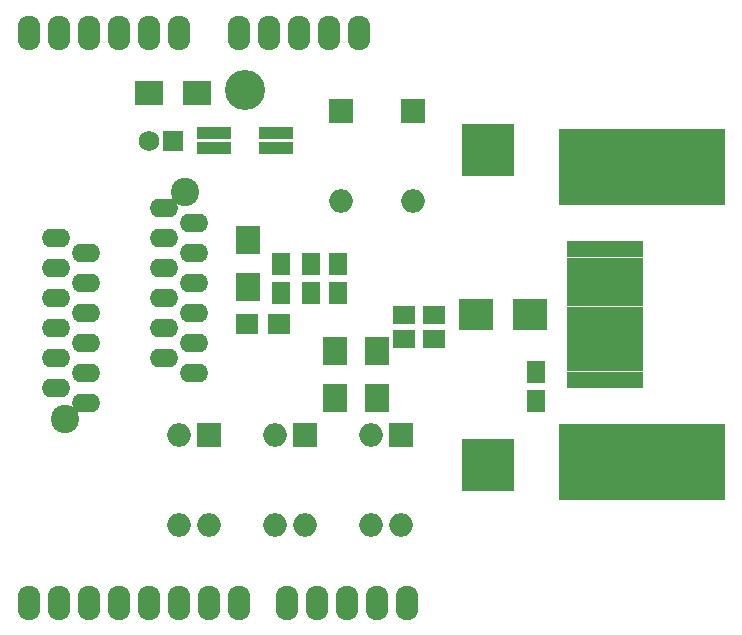
<source format=gbr>
G04 #@! TF.FileFunction,Soldermask,Top*
%FSLAX46Y46*%
G04 Gerber Fmt 4.6, Leading zero omitted, Abs format (unit mm)*
G04 Created by KiCad (PCBNEW 4.0.5) date 01/19/17 13:34:59*
%MOMM*%
%LPD*%
G01*
G04 APERTURE LIST*
%ADD10C,0.100000*%
%ADD11O,2.400000X1.600000*%
%ADD12C,2.400000*%
%ADD13O,1.924000X2.940000*%
%ADD14R,1.750000X1.750000*%
%ADD15C,1.750000*%
%ADD16R,2.900000X1.000000*%
%ADD17R,2.900000X0.670000*%
%ADD18R,4.464000X4.464000*%
%ADD19R,2.000000X2.400000*%
%ADD20C,3.400000*%
%ADD21R,2.000000X2.000000*%
%ADD22O,2.000000X2.000000*%
%ADD23R,2.400000X2.100000*%
%ADD24R,2.100000X2.400000*%
%ADD25R,1.650000X1.900000*%
%ADD26R,1.900000X1.650000*%
%ADD27R,1.900000X1.700000*%
%ADD28R,14.100000X6.400000*%
%ADD29R,6.400000X1.340000*%
%ADD30C,3.900000*%
G04 APERTURE END LIST*
D10*
D11*
X159258000Y-97663000D03*
X161798000Y-98933000D03*
X159258000Y-100203000D03*
X161798000Y-101473000D03*
X159258000Y-102743000D03*
X161798000Y-104013000D03*
X159258000Y-105283000D03*
X161798000Y-106553000D03*
X159258000Y-107823000D03*
X161798000Y-109093000D03*
X159258000Y-110363000D03*
X161798000Y-111633000D03*
D12*
X161028000Y-96298000D03*
D13*
X147828000Y-82804000D03*
X150368000Y-82804000D03*
X152908000Y-82804000D03*
X160528000Y-82804000D03*
X157988000Y-82804000D03*
X155448000Y-82804000D03*
X165608000Y-82804000D03*
X168148000Y-82804000D03*
X170688000Y-82804000D03*
X175768000Y-82804000D03*
X147828000Y-131064000D03*
X150368000Y-131064000D03*
X152908000Y-131064000D03*
X155448000Y-131064000D03*
X157988000Y-131064000D03*
X160528000Y-131064000D03*
X163068000Y-131064000D03*
X165608000Y-131064000D03*
X169672000Y-131064000D03*
X172212000Y-131064000D03*
X174752000Y-131064000D03*
X177292000Y-131064000D03*
X179832000Y-131064000D03*
X173228000Y-82804000D03*
D14*
X160020000Y-91948000D03*
D15*
X158020000Y-91948000D03*
D16*
X168716000Y-91313000D03*
X163516000Y-91313000D03*
X168716000Y-92583000D03*
X163516000Y-92583000D03*
D17*
X185710000Y-107680000D03*
X190210000Y-107680000D03*
X185710000Y-107180000D03*
X190210000Y-107180000D03*
X185710000Y-106680000D03*
X190210000Y-106680000D03*
X185710000Y-106180000D03*
X190210000Y-106180000D03*
X185710000Y-105680000D03*
X190210000Y-105680000D03*
D18*
X186690000Y-119380000D03*
X186690000Y-92710000D03*
D19*
X166370000Y-104362000D03*
X166370000Y-100362000D03*
D20*
X166116000Y-87630000D03*
D21*
X171196000Y-116840000D03*
D22*
X168656000Y-124460000D03*
X168656000Y-116840000D03*
X171196000Y-124460000D03*
D21*
X180340000Y-89408000D03*
D22*
X180340000Y-97028000D03*
D21*
X163068000Y-116840000D03*
D22*
X160528000Y-124460000D03*
X160528000Y-116840000D03*
X163068000Y-124460000D03*
D21*
X179324000Y-116840000D03*
D22*
X176784000Y-124460000D03*
X176784000Y-116840000D03*
X179324000Y-124460000D03*
D21*
X174244000Y-89408000D03*
D22*
X174244000Y-97028000D03*
D23*
X162020000Y-87884000D03*
X158020000Y-87884000D03*
D24*
X173736000Y-109760000D03*
X173736000Y-113760000D03*
X177292000Y-109760000D03*
X177292000Y-113760000D03*
D25*
X171704000Y-104882000D03*
X171704000Y-102382000D03*
X173990000Y-104882000D03*
X173990000Y-102382000D03*
X190754000Y-111526000D03*
X190754000Y-114026000D03*
X169164000Y-104882000D03*
X169164000Y-102382000D03*
D26*
X182098000Y-108712000D03*
X179598000Y-108712000D03*
X182098000Y-106680000D03*
X179598000Y-106680000D03*
D27*
X166290000Y-107442000D03*
X168990000Y-107442000D03*
D11*
X152654000Y-114173000D03*
X150114000Y-112903000D03*
X152654000Y-111633000D03*
X150114000Y-110363000D03*
X152654000Y-109093000D03*
X150114000Y-107823000D03*
X152654000Y-106553000D03*
X150114000Y-105283000D03*
X152654000Y-104013000D03*
X150114000Y-102743000D03*
X152654000Y-101473000D03*
X150114000Y-100203000D03*
D12*
X150884000Y-115538000D03*
D28*
X199684000Y-119180000D03*
D29*
X196604000Y-103920000D03*
X196604000Y-102540000D03*
X196604000Y-105300000D03*
X196604000Y-106680000D03*
X196604000Y-101160000D03*
X196604000Y-112200000D03*
X196604000Y-110820000D03*
X196604000Y-109440000D03*
X196604000Y-108060000D03*
D28*
X199684000Y-94180000D03*
D30*
X197104000Y-94180000D03*
X197104000Y-119180000D03*
M02*

</source>
